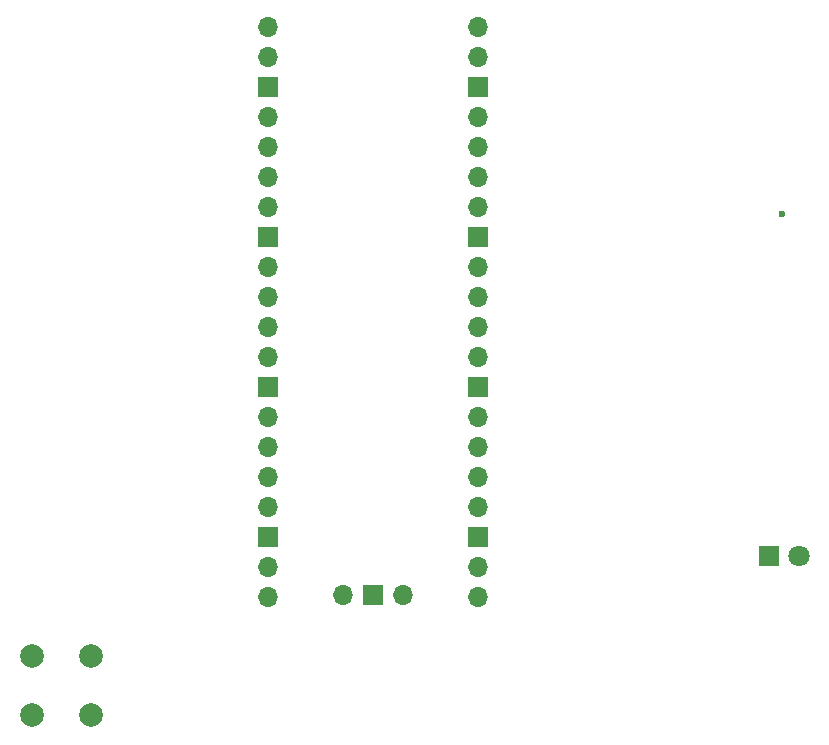
<source format=gbr>
%TF.GenerationSoftware,KiCad,Pcbnew,8.0.0*%
%TF.CreationDate,2024-03-31T15:48:46-03:00*%
%TF.ProjectId,schematic,73636865-6d61-4746-9963-2e6b69636164,rev?*%
%TF.SameCoordinates,Original*%
%TF.FileFunction,Copper,L2,Bot*%
%TF.FilePolarity,Positive*%
%FSLAX46Y46*%
G04 Gerber Fmt 4.6, Leading zero omitted, Abs format (unit mm)*
G04 Created by KiCad (PCBNEW 8.0.0) date 2024-03-31 15:48:46*
%MOMM*%
%LPD*%
G01*
G04 APERTURE LIST*
%TA.AperFunction,ComponentPad*%
%ADD10O,1.700000X1.700000*%
%TD*%
%TA.AperFunction,ComponentPad*%
%ADD11R,1.700000X1.700000*%
%TD*%
%TA.AperFunction,ComponentPad*%
%ADD12C,2.000000*%
%TD*%
%TA.AperFunction,ComponentPad*%
%ADD13R,1.800000X1.800000*%
%TD*%
%TA.AperFunction,ComponentPad*%
%ADD14C,1.800000*%
%TD*%
%TA.AperFunction,ViaPad*%
%ADD15C,0.600000*%
%TD*%
G04 APERTURE END LIST*
D10*
%TO.P,U1,1,GPIO0*%
%TO.N,unconnected-(U1-GPIO0-Pad1)*%
X75000000Y-70740000D03*
%TO.P,U1,2,GPIO1*%
%TO.N,unconnected-(U1-GPIO1-Pad2)*%
X75000000Y-73280000D03*
D11*
%TO.P,U1,3,GND*%
%TO.N,unconnected-(U1-GND-Pad3)*%
X75000000Y-75820000D03*
D10*
%TO.P,U1,4,GPIO2*%
%TO.N,unconnected-(U1-GPIO2-Pad4)*%
X75000000Y-78360000D03*
%TO.P,U1,5,GPIO3*%
%TO.N,unconnected-(U1-GPIO3-Pad5)*%
X75000000Y-80900000D03*
%TO.P,U1,6,GPIO4*%
%TO.N,unconnected-(U1-GPIO4-Pad6)*%
X75000000Y-83440000D03*
%TO.P,U1,7,GPIO5*%
%TO.N,unconnected-(U1-GPIO5-Pad7)*%
X75000000Y-85980000D03*
D11*
%TO.P,U1,8,GND*%
%TO.N,unconnected-(U1-GND-Pad8)*%
X75000000Y-88520000D03*
D10*
%TO.P,U1,9,GPIO6*%
%TO.N,unconnected-(U1-GPIO6-Pad9)*%
X75000000Y-91060000D03*
%TO.P,U1,10,GPIO7*%
%TO.N,unconnected-(U1-GPIO7-Pad10)*%
X75000000Y-93600000D03*
%TO.P,U1,11,GPIO8*%
%TO.N,unconnected-(U1-GPIO8-Pad11)*%
X75000000Y-96140000D03*
%TO.P,U1,12,GPIO9*%
%TO.N,unconnected-(U1-GPIO9-Pad12)*%
X75000000Y-98680000D03*
D11*
%TO.P,U1,13,GND*%
%TO.N,unconnected-(U1-GND-Pad13)*%
X75000000Y-101220000D03*
D10*
%TO.P,U1,14,GPIO10*%
%TO.N,Net-(U1-GPIO10)*%
X75000000Y-103760000D03*
%TO.P,U1,15,GPIO11*%
%TO.N,unconnected-(U1-GPIO11-Pad15)*%
X75000000Y-106300000D03*
%TO.P,U1,16,GPIO12*%
%TO.N,unconnected-(U1-GPIO12-Pad16)*%
X75000000Y-108840000D03*
%TO.P,U1,17,GPIO13*%
%TO.N,unconnected-(U1-GPIO13-Pad17)*%
X75000000Y-111380000D03*
D11*
%TO.P,U1,18,GND*%
%TO.N,Net-(SW1-Pad4)*%
X75000000Y-113920000D03*
D10*
%TO.P,U1,19,GPIO14*%
%TO.N,unconnected-(U1-GPIO14-Pad19)*%
X75000000Y-116460000D03*
%TO.P,U1,20,GPIO15*%
%TO.N,unconnected-(U1-GPIO15-Pad20)*%
X75000000Y-119000000D03*
%TO.P,U1,21,GPIO16*%
%TO.N,unconnected-(U1-GPIO16-Pad21)*%
X92780000Y-119000000D03*
%TO.P,U1,22,GPIO17*%
%TO.N,unconnected-(U1-GPIO17-Pad22)*%
X92780000Y-116460000D03*
D11*
%TO.P,U1,23,GND*%
%TO.N,Net-(D1-K)*%
X92780000Y-113920000D03*
D10*
%TO.P,U1,24,GPIO18*%
%TO.N,unconnected-(U1-GPIO18-Pad24)*%
X92780000Y-111380000D03*
%TO.P,U1,25,GPIO19*%
%TO.N,unconnected-(U1-GPIO19-Pad25)*%
X92780000Y-108840000D03*
%TO.P,U1,26,GPIO20*%
%TO.N,unconnected-(U1-GPIO20-Pad26)*%
X92780000Y-106300000D03*
%TO.P,U1,27,GPIO21*%
%TO.N,unconnected-(U1-GPIO21-Pad27)*%
X92780000Y-103760000D03*
D11*
%TO.P,U1,28,GND*%
%TO.N,Net-(K1-GND-Pad10)*%
X92780000Y-101220000D03*
D10*
%TO.P,U1,29,GPIO22*%
%TO.N,Net-(U1-GPIO22)*%
X92780000Y-98680000D03*
%TO.P,U1,30,RUN*%
%TO.N,unconnected-(U1-RUN-Pad30)*%
X92780000Y-96140000D03*
%TO.P,U1,31,GPIO26_ADC0*%
%TO.N,unconnected-(U1-GPIO26_ADC0-Pad31)*%
X92780000Y-93600000D03*
%TO.P,U1,32,GPIO27_ADC1*%
%TO.N,unconnected-(U1-GPIO27_ADC1-Pad32)*%
X92780000Y-91060000D03*
D11*
%TO.P,U1,33,AGND*%
%TO.N,unconnected-(U1-AGND-Pad33)*%
X92780000Y-88520000D03*
D10*
%TO.P,U1,34,GPIO28_ADC2*%
%TO.N,unconnected-(U1-GPIO28_ADC2-Pad34)*%
X92780000Y-85980000D03*
%TO.P,U1,35,ADC_VREF*%
%TO.N,unconnected-(U1-ADC_VREF-Pad35)*%
X92780000Y-83440000D03*
%TO.P,U1,36,3V3*%
%TO.N,Net-(U1-3V3)*%
X92780000Y-80900000D03*
%TO.P,U1,37,3V3_EN*%
%TO.N,unconnected-(U1-3V3_EN-Pad37)*%
X92780000Y-78360000D03*
D11*
%TO.P,U1,38,GND*%
%TO.N,unconnected-(U1-GND-Pad38)*%
X92780000Y-75820000D03*
D10*
%TO.P,U1,39,VSYS*%
%TO.N,unconnected-(U1-VSYS-Pad39)*%
X92780000Y-73280000D03*
%TO.P,U1,40,VBUS*%
%TO.N,Net-(U1-VBUS)*%
X92780000Y-70740000D03*
%TO.P,U1,41,SWCLK*%
%TO.N,unconnected-(U1-SWCLK-Pad41)*%
X81350000Y-118770000D03*
D11*
%TO.P,U1,42,GND*%
%TO.N,unconnected-(U1-GND-Pad42)*%
X83890000Y-118770000D03*
D10*
%TO.P,U1,43,SWDIO*%
%TO.N,unconnected-(U1-SWDIO-Pad43)*%
X86430000Y-118770000D03*
%TD*%
D12*
%TO.P,SW1,1,1*%
%TO.N,unconnected-(SW1-Pad1)*%
X55000000Y-124000000D03*
%TO.P,SW1,2,2*%
%TO.N,Net-(U1-GPIO10)*%
X60000000Y-124000000D03*
%TO.P,SW1,3,3*%
%TO.N,unconnected-(SW1-Pad3)*%
X55000000Y-129000000D03*
%TO.P,SW1,4,4*%
%TO.N,Net-(SW1-Pad4)*%
X60000000Y-129000000D03*
%TD*%
D13*
%TO.P,D1,1,K*%
%TO.N,Net-(D1-K)*%
X117460000Y-115500000D03*
D14*
%TO.P,D1,2,A*%
%TO.N,Net-(D1-A)*%
X120000000Y-115500000D03*
%TD*%
D15*
%TO.N,Net-(K1-GND-Pad10)*%
X118500000Y-86580000D03*
%TD*%
M02*

</source>
